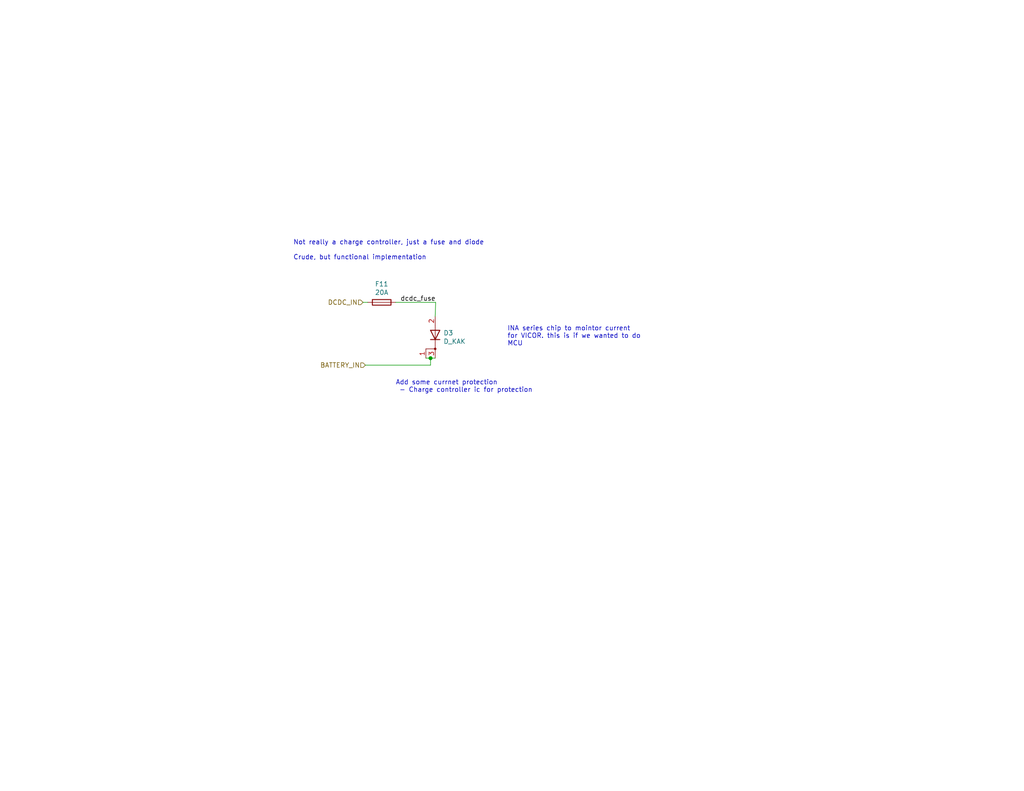
<source format=kicad_sch>
(kicad_sch (version 20211123) (generator eeschema)
  (paper "A")
  (lib_symbols
    (symbol "Device:D_KAK" (pin_names (offset 0) hide)
      (property "Reference" "D" (at 0 2.54 0))
      (property "Value" "D_KAK" (at 0 -2.54 0))
      (symbol "D_KAK_0_1"
        (circle (center -3.81 0) (radius 0.254) (fill (type outline)))
        (polyline (pts (xy -1.27 1.27) (xy -1.27 -1.27)) (stroke (width 0.254)))
        (polyline (pts (xy -3.81 2.54) (xy -3.81 0) (xy 2.54 0)))
        (polyline (pts (xy 1.27 1.27) (xy 1.27 -1.27) (xy -1.27 0) (xy 1.27 1.27)) (stroke (width 0.254)))
      )
      (symbol "D_KAK_1_1"
        (pin passive line (at -6.35 2.54 0) (length 2.54) (name "K") (number "1"))
        (pin passive line (at 5.08 0 180) (length 2.54) (name "A") (number "2"))
        (pin passive line (at -6.35 0 0) (length 2.54) (name "K") (number "3"))
      )
    )
    (symbol "Device:Fuse" (pin_numbers hide) (pin_names (offset 0))
      (property "Reference" "F" (at 2.032 0 90))
      (property "Value" "Fuse" (at -1.905 0 90))
      (symbol "Fuse_0_1"
        (rectangle (start -0.762 -2.54) (end 0.762 2.54) (stroke (width 0.254)))
        (polyline (pts (xy 0 2.54) (xy 0 -2.54)))
      )
      (symbol "Fuse_1_1"
        (pin passive line (at 0 3.81 270) (length 1.27) (name "~") (number "1"))
        (pin passive line (at 0 -3.81 90) (length 1.27) (name "~") (number "2"))
      )
    )
  )
  (junction (at 117.475 97.79))
  (wire (pts (xy 107.95 82.55) (xy 118.872 82.55)))
  (wire (pts (xy 117.475 97.79) (xy 117.475 99.695)))
  (wire (pts (xy 117.475 99.695) (xy 99.695 99.695)))
  (wire (pts (xy 118.745 97.79) (xy 117.475 97.79)))
  (wire (pts (xy 99.06 82.55) (xy 100.33 82.55)))
  (wire (pts (xy 118.872 82.55) (xy 118.745 86.36)))
  (wire (pts (xy 116.205 97.79) (xy 117.475 97.79)))
  (text "Add some currnet protection\n - Charge controller ic for protection" (at 107.95 107.315 0) (effects (font (size 1.27 1.27)) (justify left bottom)))
  (text "Not really a charge controller, just a fuse and diode\n\nCrude, but functional implementation" (at 80.01 71.12 0) (effects (font (size 1.27 1.27)) (justify left bottom)))
  (text "INA series chip to mointor current\nfor VICOR. this is if we wanted to do \nMCU" (at 138.43 94.615 0) (effects (font (size 1.27 1.27)) (justify left bottom)))
  (label "dcdc_fuse" (at 118.872 82.55 180))
  (hierarchical_label "DCDC_IN" (shape input) (at 99.06 82.55 180))
  (hierarchical_label "BATTERY_IN" (shape input) (at 99.695 99.695 180))
  (symbol (lib_id "Device:Fuse") (at 104.14 82.55 270) (unit 1)
    (property "Reference" "F11" (at 104.14 77.5462 90))
    (property "Value" "20A" (at 104.14 79.8576 90))
    (property "Footprint" "AERO_Footprints:Fuseholder_Blade_Mini_Keystone_3568" (effects hide))
  )
  (symbol (lib_id "Device:D_KAK") (at 118.745 91.44 90) (unit 1)
    (property "Reference" "D3" (at 120.9802 90.9066 90) (effects (justify right)))
    (property "Value" "D_KAK" (at 120.9802 93.218 90) (effects (justify right)))
    (property "Footprint" "Package_TO_SOT_SMD:TO-252-2" (effects hide))
  )
)
</source>
